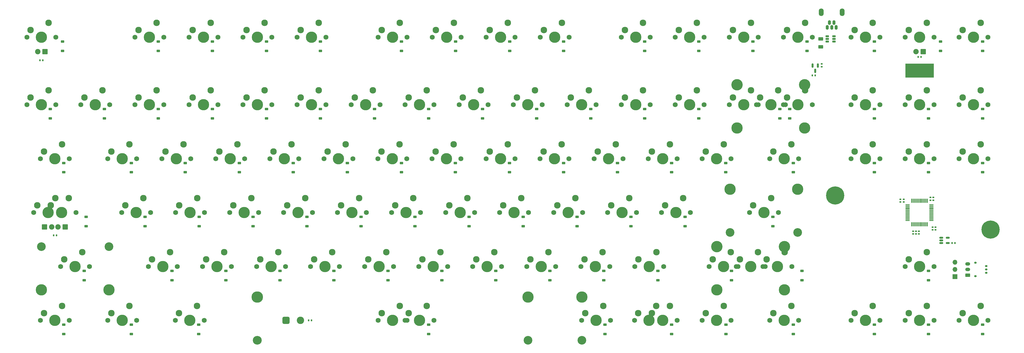
<source format=gbr>
%TF.GenerationSoftware,KiCad,Pcbnew,(7.99.0-267-g8440d7258b)*%
%TF.CreationDate,2023-05-31T01:58:10-07:00*%
%TF.ProjectId,1_2og_repro,315f326f-675f-4726-9570-726f2e6b6963,rev?*%
%TF.SameCoordinates,Original*%
%TF.FileFunction,Soldermask,Bot*%
%TF.FilePolarity,Negative*%
%FSLAX46Y46*%
G04 Gerber Fmt 4.6, Leading zero omitted, Abs format (unit mm)*
G04 Created by KiCad (PCBNEW (7.99.0-267-g8440d7258b)) date 2023-05-31 01:58:10*
%MOMM*%
%LPD*%
G01*
G04 APERTURE LIST*
G04 Aperture macros list*
%AMRoundRect*
0 Rectangle with rounded corners*
0 $1 Rounding radius*
0 $2 $3 $4 $5 $6 $7 $8 $9 X,Y pos of 4 corners*
0 Add a 4 corners polygon primitive as box body*
4,1,4,$2,$3,$4,$5,$6,$7,$8,$9,$2,$3,0*
0 Add four circle primitives for the rounded corners*
1,1,$1+$1,$2,$3*
1,1,$1+$1,$4,$5*
1,1,$1+$1,$6,$7*
1,1,$1+$1,$8,$9*
0 Add four rect primitives between the rounded corners*
20,1,$1+$1,$2,$3,$4,$5,0*
20,1,$1+$1,$4,$5,$6,$7,0*
20,1,$1+$1,$6,$7,$8,$9,0*
20,1,$1+$1,$8,$9,$2,$3,0*%
G04 Aperture macros list end*
%ADD10O,1.100000X1.650000*%
%ADD11O,1.700000X2.700000*%
%ADD12C,1.750000*%
%ADD13C,3.987800*%
%ADD14C,2.300000*%
%ADD15RoundRect,0.650000X-0.650000X-0.650000X0.650000X-0.650000X0.650000X0.650000X-0.650000X0.650000X0*%
%ADD16C,2.600000*%
%ADD17RoundRect,0.285750X-0.666750X-0.666750X0.666750X-0.666750X0.666750X0.666750X-0.666750X0.666750X0*%
%ADD18C,1.905000*%
%ADD19C,6.400000*%
%ADD20RoundRect,0.250000X0.625000X-0.350000X0.625000X0.350000X-0.625000X0.350000X-0.625000X-0.350000X0*%
%ADD21O,1.750000X1.200000*%
%ADD22C,3.048000*%
%ADD23C,4.000000*%
%ADD24R,1.700000X1.700000*%
%ADD25O,1.700000X1.700000*%
%ADD26RoundRect,0.225000X0.375000X-0.225000X0.375000X0.225000X-0.375000X0.225000X-0.375000X-0.225000X0*%
%ADD27RoundRect,0.140000X-0.170000X0.140000X-0.170000X-0.140000X0.170000X-0.140000X0.170000X0.140000X0*%
%ADD28RoundRect,0.075000X0.075000X-0.662500X0.075000X0.662500X-0.075000X0.662500X-0.075000X-0.662500X0*%
%ADD29RoundRect,0.075000X0.662500X-0.075000X0.662500X0.075000X-0.662500X0.075000X-0.662500X-0.075000X0*%
%ADD30RoundRect,0.135000X0.135000X0.185000X-0.135000X0.185000X-0.135000X-0.185000X0.135000X-0.185000X0*%
%ADD31R,10.000000X5.000000*%
%ADD32RoundRect,0.150000X-0.512500X-0.150000X0.512500X-0.150000X0.512500X0.150000X-0.512500X0.150000X0*%
%ADD33RoundRect,0.140000X-0.140000X-0.170000X0.140000X-0.170000X0.140000X0.170000X-0.140000X0.170000X0*%
%ADD34RoundRect,0.150000X-0.150000X0.587500X-0.150000X-0.587500X0.150000X-0.587500X0.150000X0.587500X0*%
%ADD35RoundRect,0.150000X0.475000X0.150000X-0.475000X0.150000X-0.475000X-0.150000X0.475000X-0.150000X0*%
%ADD36RoundRect,0.250000X-0.625000X0.375000X-0.625000X-0.375000X0.625000X-0.375000X0.625000X0.375000X0*%
%ADD37RoundRect,0.150000X0.275000X-0.150000X0.275000X0.150000X-0.275000X0.150000X-0.275000X-0.150000X0*%
%ADD38RoundRect,0.175000X0.225000X-0.175000X0.225000X0.175000X-0.225000X0.175000X-0.225000X-0.175000X0*%
G04 APERTURE END LIST*
D10*
%TO.C,J2*%
X301396114Y-18098999D03*
X300596114Y-16398999D03*
X299796114Y-18098999D03*
X298996114Y-16398999D03*
X298196114Y-18098999D03*
D11*
X303446114Y-12798999D03*
X296146114Y-12798999D03*
%TD*%
D12*
%TO.C,SW71*%
X135416115Y-102432638D03*
D13*
X140496115Y-102432638D03*
D12*
X145576115Y-102432638D03*
D14*
X136686115Y-99892638D03*
X143036115Y-97352638D03*
%TD*%
D12*
%TO.C,SW12*%
X263806115Y-21592638D03*
D13*
X268886115Y-21592638D03*
D12*
X273966115Y-21592638D03*
D14*
X265076115Y-19052638D03*
X271426115Y-16512638D03*
%TD*%
D12*
%TO.C,SW26*%
X187696115Y-45372638D03*
D13*
X192776115Y-45372638D03*
D12*
X197856115Y-45372638D03*
D14*
X188966115Y-42832638D03*
X195316115Y-40292638D03*
%TD*%
D12*
%TO.C,SW76*%
X230526115Y-102432638D03*
D13*
X235606115Y-102432638D03*
D12*
X240686115Y-102432638D03*
D14*
X231796115Y-99892638D03*
X238146115Y-97352638D03*
%TD*%
D12*
%TO.C,SW21*%
X92596115Y-45372638D03*
D13*
X97676115Y-45372638D03*
D12*
X102756115Y-45372638D03*
D14*
X93866115Y-42832638D03*
X100216115Y-40292638D03*
%TD*%
D12*
%TO.C,SW24*%
X149656115Y-45372638D03*
D13*
X154736115Y-45372638D03*
D12*
X159816115Y-45372638D03*
D14*
X150926115Y-42832638D03*
X157276115Y-40292638D03*
%TD*%
D12*
%TO.C,SW25*%
X168676115Y-45372638D03*
D13*
X173756115Y-45372638D03*
D12*
X178836115Y-45372638D03*
D14*
X169946115Y-42832638D03*
X176296115Y-40292638D03*
%TD*%
D12*
%TO.C,SW60*%
X163906115Y-83412638D03*
D13*
X168986115Y-83412638D03*
D12*
X174066115Y-83412638D03*
D14*
X165176115Y-80872638D03*
X171526115Y-78332638D03*
%TD*%
D12*
%TO.C,SW83*%
X44996115Y-121452638D03*
D13*
X50076115Y-121452638D03*
D12*
X55156115Y-121452638D03*
D14*
X46266115Y-118912638D03*
X52616115Y-116372638D03*
%TD*%
D12*
%TO.C,SW74*%
X192486115Y-102432638D03*
D13*
X197566115Y-102432638D03*
D12*
X202646115Y-102432638D03*
D14*
X193756115Y-99892638D03*
X200106115Y-97352638D03*
%TD*%
D12*
%TO.C,SW9*%
X197206115Y-21594638D03*
D13*
X202286115Y-21594638D03*
D12*
X207366115Y-21594638D03*
D14*
X198476115Y-19054638D03*
X204826115Y-16514638D03*
%TD*%
D12*
%TO.C,SW32*%
X306606115Y-45372638D03*
D13*
X311686115Y-45372638D03*
D12*
X316766115Y-45372638D03*
D14*
X307876115Y-42832638D03*
X314226115Y-40292638D03*
%TD*%
D12*
%TO.C,SW53*%
X23638615Y-83412638D03*
D13*
X28718615Y-83412638D03*
D12*
X33798615Y-83412638D03*
D14*
X24908615Y-80872638D03*
X31258615Y-78332638D03*
%TD*%
D12*
%TO.C,SW90*%
X325626115Y-121452638D03*
D13*
X330706115Y-121452638D03*
D12*
X335786115Y-121452638D03*
D14*
X326896115Y-118912638D03*
X333246115Y-116372638D03*
%TD*%
D12*
%TO.C,SW65*%
X270846088Y-83414669D03*
D13*
X275926088Y-83414669D03*
D12*
X281006088Y-83414669D03*
D14*
X272116088Y-80874669D03*
X278466088Y-78334669D03*
%TD*%
D12*
%TO.C,SW84*%
X68771115Y-121452638D03*
D13*
X73851115Y-121452638D03*
D12*
X78931115Y-121452638D03*
D14*
X70041115Y-118912638D03*
X76391115Y-116372638D03*
%TD*%
D12*
%TO.C,SW39*%
X102056115Y-64392638D03*
D13*
X107136115Y-64392638D03*
D12*
X112216115Y-64392638D03*
D14*
X103326115Y-61852638D03*
X109676115Y-59312638D03*
%TD*%
D12*
%TO.C,SW86*%
X230441115Y-121452638D03*
D13*
X235521115Y-121452638D03*
D12*
X240601115Y-121452638D03*
D14*
X231711115Y-118912638D03*
X238061115Y-116372638D03*
%TD*%
D12*
%TO.C,SW63*%
X220926115Y-83412638D03*
D13*
X226006115Y-83412638D03*
D12*
X231086115Y-83412638D03*
D14*
X222196115Y-80872638D03*
X228546115Y-78332638D03*
%TD*%
D12*
%TO.C,SW35*%
X21246115Y-64394638D03*
D13*
X26326115Y-64394638D03*
D12*
X31406115Y-64394638D03*
D14*
X22516115Y-61854638D03*
X28866115Y-59314638D03*
%TD*%
D12*
%TO.C,SW15*%
X325626115Y-21589179D03*
D13*
X330706115Y-21589179D03*
D12*
X335786115Y-21589179D03*
D14*
X326896115Y-19049179D03*
X333246115Y-16509179D03*
%TD*%
D15*
%TO.C,JP1*%
X107696000Y-121412000D03*
D16*
X112776000Y-121412000D03*
%TD*%
D12*
%TO.C,SW47*%
X254216115Y-64394638D03*
D13*
X259296115Y-64394638D03*
D12*
X264376115Y-64394638D03*
D14*
X255486115Y-61854638D03*
X261836115Y-59314638D03*
%TD*%
D12*
%TO.C,SW41*%
X140096115Y-64392638D03*
D13*
X145176115Y-64392638D03*
D12*
X150256115Y-64392638D03*
D14*
X141366115Y-61852638D03*
X147716115Y-59312638D03*
%TD*%
D12*
%TO.C,SW62*%
X201926115Y-83412638D03*
D13*
X207006115Y-83412638D03*
D12*
X212086115Y-83412638D03*
D14*
X203196115Y-80872638D03*
X209546115Y-78332638D03*
%TD*%
D12*
%TO.C,SW89*%
X306606115Y-121452638D03*
D13*
X311686115Y-121452638D03*
D12*
X316766115Y-121452638D03*
D14*
X307876115Y-118912638D03*
X314226115Y-116372638D03*
%TD*%
D12*
%TO.C,SW49*%
X306606115Y-64392638D03*
D13*
X311686115Y-64392638D03*
D12*
X316766115Y-64392638D03*
D14*
X307876115Y-61852638D03*
X314226115Y-59312638D03*
%TD*%
D12*
%TO.C,SW28*%
X225736115Y-45372638D03*
D13*
X230816115Y-45372638D03*
D12*
X235896115Y-45372638D03*
D14*
X227006115Y-42832638D03*
X233356115Y-40292638D03*
%TD*%
D12*
%TO.C,SW10*%
X225766115Y-21592638D03*
D13*
X230846115Y-21592638D03*
D12*
X235926115Y-21592638D03*
D14*
X227036115Y-19052638D03*
X233386115Y-16512638D03*
%TD*%
D12*
%TO.C,SW1*%
X16516115Y-21594638D03*
D13*
X21596115Y-21594638D03*
D12*
X26676115Y-21594638D03*
D14*
X17786115Y-19054638D03*
X24136115Y-16514638D03*
%TD*%
D12*
%TO.C,SW70*%
X116396115Y-102432638D03*
D13*
X121476115Y-102432638D03*
D12*
X126556115Y-102432638D03*
D14*
X117666115Y-99892638D03*
X124016115Y-97352638D03*
%TD*%
D12*
%TO.C,SW13*%
X282826115Y-21592638D03*
D13*
X287906115Y-21592638D03*
D12*
X292986115Y-21592638D03*
D14*
X284096115Y-19052638D03*
X290446115Y-16512638D03*
%TD*%
D12*
%TO.C,SW87*%
X254216115Y-121454638D03*
D13*
X259296115Y-121454638D03*
D12*
X264376115Y-121454638D03*
D14*
X255486115Y-118914638D03*
X261836115Y-116374638D03*
%TD*%
D12*
%TO.C,SW11*%
X244756115Y-21592638D03*
D13*
X249836115Y-21592638D03*
D12*
X254916115Y-21592638D03*
D14*
X246026115Y-19052638D03*
X252376115Y-16512638D03*
%TD*%
D12*
%TO.C,SW27*%
X206716115Y-45372638D03*
D13*
X211796115Y-45372638D03*
D12*
X216876115Y-45372638D03*
D14*
X207986115Y-42832638D03*
X214336115Y-40292638D03*
%TD*%
D17*
%TO.C,D90*%
X22686115Y-88492638D03*
D18*
X25226115Y-88492638D03*
%TD*%
D12*
%TO.C,SW37*%
X64016115Y-64392638D03*
D13*
X69096115Y-64392638D03*
D12*
X74176115Y-64392638D03*
D14*
X65286115Y-61852638D03*
X71636115Y-59312638D03*
%TD*%
D12*
%TO.C,SW5*%
X111616534Y-21599485D03*
D13*
X116696534Y-21599485D03*
D12*
X121776534Y-21599485D03*
D14*
X112886534Y-19059485D03*
X119236534Y-16519485D03*
%TD*%
D19*
%TO.C,H1*%
X301009027Y-77392443D03*
%TD*%
D12*
%TO.C,SW4*%
X92596534Y-21599485D03*
D13*
X97676534Y-21599485D03*
D12*
X102756534Y-21599485D03*
D14*
X93866534Y-19059485D03*
X100216534Y-16519485D03*
%TD*%
D12*
%TO.C,SW23*%
X130636115Y-45372638D03*
D13*
X135716115Y-45372638D03*
D12*
X140796115Y-45372638D03*
D14*
X131906115Y-42832638D03*
X138256115Y-40292638D03*
%TD*%
D12*
%TO.C,SW42*%
X159116115Y-64392638D03*
D13*
X164196115Y-64392638D03*
D12*
X169276115Y-64392638D03*
D14*
X160386115Y-61852638D03*
X166736115Y-59312638D03*
%TD*%
D12*
%TO.C,SW91*%
X344646115Y-121452638D03*
D13*
X349726115Y-121452638D03*
D12*
X354806115Y-121452638D03*
D14*
X345916115Y-118912638D03*
X352266115Y-116372638D03*
%TD*%
D12*
%TO.C,SW22*%
X111616115Y-45372638D03*
D13*
X116696115Y-45372638D03*
D12*
X121776115Y-45372638D03*
D14*
X112886115Y-42832638D03*
X119236115Y-40292638D03*
%TD*%
D12*
%TO.C,SW64*%
X239926115Y-83412638D03*
D13*
X245006115Y-83412638D03*
D12*
X250086115Y-83412638D03*
D14*
X241196115Y-80872638D03*
X247546115Y-78332638D03*
%TD*%
D12*
%TO.C,SW81*%
X325626115Y-102432638D03*
D13*
X330706115Y-102432638D03*
D12*
X335786115Y-102432638D03*
D14*
X326896115Y-99892638D03*
X333246115Y-97352638D03*
%TD*%
D12*
%TO.C,SW52*%
X18876115Y-83412638D03*
D13*
X23956115Y-83412638D03*
D12*
X29036115Y-83412638D03*
D14*
X20146115Y-80872638D03*
X26496115Y-78332638D03*
%TD*%
D12*
%TO.C,SW30*%
X273301115Y-45374638D03*
D13*
X278381115Y-45374638D03*
D12*
X283461115Y-45374638D03*
D14*
X274571115Y-42834638D03*
X280921115Y-40294638D03*
%TD*%
D20*
%TO.C,J4*%
X347689000Y-105505000D03*
D21*
X347688999Y-103504999D03*
X347688999Y-101504999D03*
%TD*%
D12*
%TO.C,SW51*%
X344646115Y-64392638D03*
D13*
X349726115Y-64392638D03*
D12*
X354806115Y-64392638D03*
D14*
X345916115Y-61852638D03*
X352266115Y-59312638D03*
%TD*%
D12*
%TO.C,SW34*%
X344646115Y-45372638D03*
D13*
X349726115Y-45372638D03*
D12*
X354806115Y-45372638D03*
D14*
X345916115Y-42832638D03*
X352266115Y-40292638D03*
%TD*%
D12*
%TO.C,SW66*%
X28428615Y-102432638D03*
D13*
X33508615Y-102432638D03*
D12*
X38588615Y-102432638D03*
D14*
X29698615Y-99892638D03*
X36048615Y-97352638D03*
%TD*%
D12*
%TO.C,SW8*%
X178186115Y-21594638D03*
D13*
X183266115Y-21594638D03*
D12*
X188346115Y-21594638D03*
D14*
X179456115Y-19054638D03*
X185806115Y-16514638D03*
%TD*%
D12*
%TO.C,SW36*%
X44996115Y-64392638D03*
D13*
X50076115Y-64392638D03*
D12*
X55156115Y-64392638D03*
D14*
X46266115Y-61852638D03*
X52616115Y-59312638D03*
%TD*%
D12*
%TO.C,SW68*%
X78356115Y-102432638D03*
D13*
X83436115Y-102432638D03*
D12*
X88516115Y-102432638D03*
D14*
X79626115Y-99892638D03*
X85976115Y-97352638D03*
%TD*%
D12*
%TO.C,SW94*%
X235196115Y-121454638D03*
D13*
X240276115Y-121454638D03*
D12*
X245356115Y-121454638D03*
D14*
X236466115Y-118914638D03*
X242816115Y-116374638D03*
%TD*%
D12*
%TO.C,SW19*%
X54556115Y-45372638D03*
D13*
X59636115Y-45372638D03*
D12*
X64716115Y-45372638D03*
D14*
X55826115Y-42832638D03*
X62176115Y-40292638D03*
%TD*%
D12*
%TO.C,SW73*%
X173456115Y-102432638D03*
D13*
X178536115Y-102432638D03*
D12*
X183616115Y-102432638D03*
D14*
X174726115Y-99892638D03*
X181076115Y-97352638D03*
%TD*%
D12*
%TO.C,SW78*%
X266181115Y-102432638D03*
D13*
X271261115Y-102432638D03*
D12*
X276341115Y-102432638D03*
D14*
X267451115Y-99892638D03*
X273801115Y-97352638D03*
%TD*%
D12*
%TO.C,SW61*%
X182926115Y-83412638D03*
D13*
X188006115Y-83412638D03*
D12*
X193086115Y-83412638D03*
D14*
X184196115Y-80872638D03*
X190546115Y-78332638D03*
%TD*%
D12*
%TO.C,SW43*%
X178136115Y-64392638D03*
D13*
X183216115Y-64392638D03*
D12*
X188296115Y-64392638D03*
D14*
X179406115Y-61852638D03*
X185756115Y-59312638D03*
%TD*%
D12*
%TO.C,SW33*%
X325626115Y-45372638D03*
D13*
X330706115Y-45372638D03*
D12*
X335786115Y-45372638D03*
D14*
X326896115Y-42832638D03*
X333246115Y-40292638D03*
%TD*%
D12*
%TO.C,SW88*%
X278031115Y-121454638D03*
D13*
X283111115Y-121454638D03*
D12*
X288191115Y-121454638D03*
D14*
X279301115Y-118914638D03*
X285651115Y-116374638D03*
%TD*%
D12*
%TO.C,SW93*%
X211746115Y-121452638D03*
D13*
X216826115Y-121452638D03*
D12*
X221906115Y-121452638D03*
D14*
X213016115Y-118912638D03*
X219366115Y-116372638D03*
%TD*%
D12*
%TO.C,SW56*%
X87886115Y-83412638D03*
D13*
X92966115Y-83412638D03*
D12*
X98046115Y-83412638D03*
D14*
X89156115Y-80872638D03*
X95506115Y-78332638D03*
%TD*%
D22*
%TO.C,S5*%
X211897529Y-128436498D03*
D13*
X211897529Y-113196498D03*
D22*
X97597529Y-128436498D03*
D13*
X97597529Y-113196498D03*
%TD*%
D12*
%TO.C,SW40*%
X121076115Y-64392638D03*
D13*
X126156115Y-64392638D03*
D12*
X131236115Y-64392638D03*
D14*
X122346115Y-61852638D03*
X128696115Y-59312638D03*
%TD*%
D12*
%TO.C,SW20*%
X73576115Y-45372638D03*
D13*
X78656115Y-45372638D03*
D12*
X83736115Y-45372638D03*
D14*
X74846115Y-42832638D03*
X81196115Y-40292638D03*
%TD*%
D12*
%TO.C,SW69*%
X97376115Y-102432638D03*
D13*
X102456115Y-102432638D03*
D12*
X107536115Y-102432638D03*
D14*
X98646115Y-99892638D03*
X104996115Y-97352638D03*
%TD*%
D12*
%TO.C,SW16*%
X344646115Y-21592638D03*
D13*
X349726115Y-21592638D03*
D12*
X354806115Y-21592638D03*
D14*
X345916115Y-19052638D03*
X352266115Y-16512638D03*
%TD*%
D12*
%TO.C,SW7*%
X159166115Y-21594638D03*
D13*
X164246115Y-21594638D03*
D12*
X169326115Y-21594638D03*
D14*
X160436115Y-19054638D03*
X166786115Y-16514638D03*
%TD*%
D12*
%TO.C,SW67*%
X59336115Y-102432638D03*
D13*
X64416115Y-102432638D03*
D12*
X69496115Y-102432638D03*
D14*
X60606115Y-99892638D03*
X66956115Y-97352638D03*
%TD*%
D12*
%TO.C,SW50*%
X325626115Y-64392638D03*
D13*
X330706115Y-64392638D03*
D12*
X335786115Y-64392638D03*
D14*
X326896115Y-61852638D03*
X333246115Y-59312638D03*
%TD*%
D23*
%TO.C,S4*%
X259354865Y-95447638D03*
D13*
X259354865Y-110687638D03*
D23*
X283167365Y-95447638D03*
D13*
X283167365Y-110687638D03*
%TD*%
D12*
%TO.C,SW72*%
X154436115Y-102432638D03*
D13*
X159516115Y-102432638D03*
D12*
X164596115Y-102432638D03*
D14*
X155706115Y-99892638D03*
X162056115Y-97352638D03*
%TD*%
D12*
%TO.C,SW3*%
X73576534Y-21599485D03*
D13*
X78656534Y-21599485D03*
D12*
X83736534Y-21599485D03*
D14*
X74846534Y-19059485D03*
X81196534Y-16519485D03*
%TD*%
D22*
%TO.C,S6*%
X192862529Y-128439498D03*
D13*
X192862529Y-113199498D03*
D22*
X97612529Y-128439498D03*
D13*
X97612529Y-113199498D03*
%TD*%
D12*
%TO.C,SW57*%
X106886115Y-83412638D03*
D13*
X111966115Y-83412638D03*
D12*
X117046115Y-83412638D03*
D14*
X108156115Y-80872638D03*
X114506115Y-78332638D03*
%TD*%
D17*
%TO.C,D92*%
X22866115Y-26674638D03*
D18*
X20326115Y-26674638D03*
%TD*%
D22*
%TO.C,S2*%
X287832338Y-90399669D03*
D13*
X287832338Y-75159669D03*
D22*
X264019838Y-90399669D03*
D13*
X264019838Y-75159669D03*
%TD*%
D22*
%TO.C,S3*%
X21602365Y-95447638D03*
D13*
X21602365Y-110687638D03*
D22*
X45414865Y-95447638D03*
D13*
X45414865Y-110687638D03*
%TD*%
D19*
%TO.C,H2*%
X355726066Y-89414572D03*
%TD*%
D12*
%TO.C,SW92*%
X140157529Y-121454498D03*
D13*
X145237529Y-121454498D03*
D12*
X150317529Y-121454498D03*
D14*
X141427529Y-118914498D03*
X147777529Y-116374498D03*
%TD*%
D12*
%TO.C,SW77*%
X256636115Y-102432638D03*
D13*
X261716115Y-102432638D03*
D12*
X266796115Y-102432638D03*
D14*
X257906115Y-99892638D03*
X264256115Y-97352638D03*
%TD*%
D12*
%TO.C,SW59*%
X144886115Y-83412638D03*
D13*
X149966115Y-83412638D03*
D12*
X155046115Y-83412638D03*
D14*
X146156115Y-80872638D03*
X152506115Y-78332638D03*
%TD*%
D12*
%TO.C,SW44*%
X197156115Y-64392638D03*
D13*
X202236115Y-64392638D03*
D12*
X207316115Y-64392638D03*
D14*
X198426115Y-61852638D03*
X204776115Y-59312638D03*
%TD*%
D12*
%TO.C,SW29*%
X244756115Y-45372638D03*
D13*
X249836115Y-45372638D03*
D12*
X254916115Y-45372638D03*
D14*
X246026115Y-42832638D03*
X252376115Y-40292638D03*
%TD*%
D12*
%TO.C,SW82*%
X21246115Y-121454638D03*
D13*
X26326115Y-121454638D03*
D12*
X31406115Y-121454638D03*
D14*
X22516115Y-118914638D03*
X28866115Y-116374638D03*
%TD*%
D12*
%TO.C,SW75*%
X211506115Y-102432638D03*
D13*
X216586115Y-102432638D03*
D12*
X221666115Y-102432638D03*
D14*
X212776115Y-99892638D03*
X219126115Y-97352638D03*
%TD*%
D12*
%TO.C,SW55*%
X68886115Y-83412638D03*
D13*
X73966115Y-83412638D03*
D12*
X79046115Y-83412638D03*
D14*
X70156115Y-80872638D03*
X76506115Y-78332638D03*
%TD*%
D12*
%TO.C,SW38*%
X83036115Y-64392638D03*
D13*
X88116115Y-64392638D03*
D12*
X93196115Y-64392638D03*
D14*
X84306115Y-61852638D03*
X90656115Y-59312638D03*
%TD*%
D23*
%TO.C,S1*%
X266474865Y-38389638D03*
D13*
X266474865Y-53629638D03*
D23*
X290287365Y-38389638D03*
D13*
X290287365Y-53629638D03*
%TD*%
D12*
%TO.C,SW80*%
X282811115Y-45374638D03*
D13*
X287891115Y-45374638D03*
D12*
X292971115Y-45374638D03*
D14*
X284081115Y-42834638D03*
X290431115Y-40294638D03*
%TD*%
D12*
%TO.C,SW14*%
X306606115Y-21592638D03*
D13*
X311686115Y-21592638D03*
D12*
X316766115Y-21592638D03*
D14*
X307876115Y-19052638D03*
X314226115Y-16512638D03*
%TD*%
D12*
%TO.C,SW48*%
X278031115Y-64394638D03*
D13*
X283111115Y-64394638D03*
D12*
X288191115Y-64394638D03*
D14*
X279301115Y-61854638D03*
X285651115Y-59314638D03*
%TD*%
D12*
%TO.C,SW31*%
X263791115Y-45374638D03*
D13*
X268871115Y-45374638D03*
D12*
X273951115Y-45374638D03*
D14*
X265061115Y-42834638D03*
X271411115Y-40294638D03*
%TD*%
D12*
%TO.C,SW79*%
X275656115Y-102432638D03*
D13*
X280736115Y-102432638D03*
D12*
X285816115Y-102432638D03*
D14*
X276926115Y-99892638D03*
X283276115Y-97352638D03*
%TD*%
D12*
%TO.C,SW6*%
X140146115Y-21594638D03*
D13*
X145226115Y-21594638D03*
D12*
X150306115Y-21594638D03*
D14*
X141416115Y-19054638D03*
X147766115Y-16514638D03*
%TD*%
D17*
%TO.C,D91*%
X331976115Y-26669179D03*
D18*
X329436115Y-26669179D03*
%TD*%
D17*
%TO.C,D89*%
X29988615Y-88492638D03*
D18*
X27448615Y-88492638D03*
%TD*%
D12*
%TO.C,SW46*%
X235196115Y-64392638D03*
D13*
X240276115Y-64392638D03*
D12*
X245356115Y-64392638D03*
D14*
X236466115Y-61852638D03*
X242816115Y-59312638D03*
%TD*%
D24*
%TO.C,J3*%
X343206114Y-105984628D03*
D25*
X343206114Y-103444628D03*
X343206114Y-100904628D03*
%TD*%
D12*
%TO.C,SW45*%
X216176115Y-64392638D03*
D13*
X221256115Y-64392638D03*
D12*
X226336115Y-64392638D03*
D14*
X217446115Y-61852638D03*
X223796115Y-59312638D03*
%TD*%
D12*
%TO.C,SW17*%
X16516115Y-45372638D03*
D13*
X21596115Y-45372638D03*
D12*
X26676115Y-45372638D03*
D14*
X17786115Y-42832638D03*
X24136115Y-40292638D03*
%TD*%
D12*
%TO.C,SW54*%
X49886115Y-83412638D03*
D13*
X54966115Y-83412638D03*
D12*
X60046115Y-83412638D03*
D14*
X51156115Y-80872638D03*
X57506115Y-78332638D03*
%TD*%
D12*
%TO.C,SW2*%
X54556534Y-21599485D03*
D13*
X59636534Y-21599485D03*
D12*
X64716534Y-21599485D03*
D14*
X55826534Y-19059485D03*
X62176534Y-16519485D03*
%TD*%
D12*
%TO.C,SW58*%
X125886115Y-83412638D03*
D13*
X130966115Y-83412638D03*
D12*
X136046115Y-83412638D03*
D14*
X127156115Y-80872638D03*
X133506115Y-78332638D03*
%TD*%
D12*
%TO.C,SW85*%
X149667529Y-121454498D03*
D13*
X154747529Y-121454498D03*
D12*
X159827529Y-121454498D03*
D14*
X150937529Y-118914498D03*
X157287529Y-116374498D03*
%TD*%
D12*
%TO.C,SW18*%
X35536115Y-45372638D03*
D13*
X40616115Y-45372638D03*
D12*
X45696115Y-45372638D03*
D14*
X36806115Y-42832638D03*
X43156115Y-40292638D03*
%TD*%
D26*
%TO.C,D9*%
X205455115Y-26413638D03*
X205455115Y-23113638D03*
%TD*%
D27*
%TO.C,C8*%
X329438000Y-89972000D03*
X329438000Y-90932000D03*
%TD*%
D26*
%TO.C,D47*%
X286280115Y-69213638D03*
X286280115Y-65913638D03*
%TD*%
D28*
%TO.C,U2*%
X333456115Y-87577138D03*
X332956115Y-87577138D03*
X332456115Y-87577138D03*
X331956115Y-87577138D03*
X331456115Y-87577138D03*
X330956115Y-87577138D03*
X330456115Y-87577138D03*
X329956115Y-87577138D03*
X329456115Y-87577138D03*
X328956115Y-87577138D03*
X328456115Y-87577138D03*
X327956115Y-87577138D03*
D29*
X326543615Y-86164638D03*
X326543615Y-85664638D03*
X326543615Y-85164638D03*
X326543615Y-84664638D03*
X326543615Y-84164638D03*
X326543615Y-83664638D03*
X326543615Y-83164638D03*
X326543615Y-82664638D03*
X326543615Y-82164638D03*
X326543615Y-81664638D03*
X326543615Y-81164638D03*
X326543615Y-80664638D03*
D28*
X327956115Y-79252138D03*
X328456115Y-79252138D03*
X328956115Y-79252138D03*
X329456115Y-79252138D03*
X329956115Y-79252138D03*
X330456115Y-79252138D03*
X330956115Y-79252138D03*
X331456115Y-79252138D03*
X331956115Y-79252138D03*
X332456115Y-79252138D03*
X332956115Y-79252138D03*
X333456115Y-79252138D03*
D29*
X334868615Y-80664638D03*
X334868615Y-81164638D03*
X334868615Y-81664638D03*
X334868615Y-82164638D03*
X334868615Y-82664638D03*
X334868615Y-83164638D03*
X334868615Y-83664638D03*
X334868615Y-84164638D03*
X334868615Y-84664638D03*
X334868615Y-85164638D03*
X334868615Y-85664638D03*
X334868615Y-86164638D03*
%TD*%
D26*
%TO.C,D5*%
X119865534Y-26418485D03*
X119865534Y-23118485D03*
%TD*%
D27*
%TO.C,C11*%
X330454000Y-89972000D03*
X330454000Y-90932000D03*
%TD*%
D26*
%TO.C,D45*%
X243445115Y-69213638D03*
X243445115Y-65913638D03*
%TD*%
%TO.C,D75*%
X264541000Y-107253638D03*
X264541000Y-103953638D03*
%TD*%
%TO.C,D2*%
X62805534Y-26418485D03*
X62805534Y-23118485D03*
%TD*%
%TO.C,D28*%
X233985115Y-50193638D03*
X233985115Y-46893638D03*
%TD*%
%TO.C,D12*%
X272055115Y-26413638D03*
X272055115Y-23113638D03*
%TD*%
%TO.C,D73*%
X219585115Y-107253638D03*
X219585115Y-103953638D03*
%TD*%
D30*
%TO.C,R2*%
X26926000Y-91440000D03*
X25906000Y-91440000D03*
%TD*%
D26*
%TO.C,D22*%
X119865115Y-50193638D03*
X119865115Y-46893638D03*
%TD*%
%TO.C,D78*%
X333875115Y-107253638D03*
X333875115Y-103953638D03*
%TD*%
%TO.C,D31*%
X314855115Y-50193638D03*
X314855115Y-46893638D03*
%TD*%
%TO.C,D67*%
X105585115Y-107253638D03*
X105585115Y-103953638D03*
%TD*%
%TO.C,D4*%
X100845534Y-26418485D03*
X100845534Y-23118485D03*
%TD*%
%TO.C,D11*%
X253005115Y-26413638D03*
X253005115Y-23113638D03*
%TD*%
%TO.C,D87*%
X333875115Y-126273638D03*
X333875115Y-122973638D03*
%TD*%
%TO.C,D44*%
X224425115Y-69213638D03*
X224425115Y-65913638D03*
%TD*%
%TO.C,D6*%
X148395115Y-26413638D03*
X148395115Y-23113638D03*
%TD*%
%TO.C,D33*%
X352895115Y-50193638D03*
X352895115Y-46893638D03*
%TD*%
%TO.C,D21*%
X100845115Y-50193638D03*
X100845115Y-46893638D03*
%TD*%
%TO.C,D16*%
X352895115Y-26413638D03*
X352895115Y-23113638D03*
%TD*%
%TO.C,D15*%
X338074000Y-26413638D03*
X338074000Y-23113638D03*
%TD*%
%TO.C,D8*%
X186435115Y-26413638D03*
X186435115Y-23113638D03*
%TD*%
D31*
%TO.C,J5*%
X330706114Y-33400999D03*
%TD*%
D26*
%TO.C,D52*%
X58135115Y-88233638D03*
X58135115Y-84933638D03*
%TD*%
%TO.C,D66*%
X86585115Y-107253638D03*
X86585115Y-103953638D03*
%TD*%
%TO.C,D58*%
X172155115Y-88233638D03*
X172155115Y-84933638D03*
%TD*%
%TO.C,D41*%
X167365115Y-69213638D03*
X167365115Y-65913638D03*
%TD*%
%TO.C,D42*%
X186385115Y-69213638D03*
X186385115Y-65913638D03*
%TD*%
D27*
%TO.C,C7*%
X325120000Y-78740000D03*
X325120000Y-79700000D03*
%TD*%
D26*
%TO.C,D1*%
X29083000Y-26413638D03*
X29083000Y-23113638D03*
%TD*%
%TO.C,D20*%
X81825115Y-50193638D03*
X81825115Y-46893638D03*
%TD*%
%TO.C,D54*%
X96135115Y-88233638D03*
X96135115Y-84933638D03*
%TD*%
%TO.C,D19*%
X62805115Y-50193638D03*
X62805115Y-46893638D03*
%TD*%
%TO.C,D62*%
X248175115Y-88233638D03*
X248175115Y-84933638D03*
%TD*%
%TO.C,D40*%
X148345115Y-69213638D03*
X148345115Y-65913638D03*
%TD*%
%TO.C,D51*%
X37338000Y-88233638D03*
X37338000Y-84933638D03*
%TD*%
%TO.C,D3*%
X81825534Y-26418485D03*
X81825534Y-23118485D03*
%TD*%
%TO.C,D35*%
X53245115Y-69213638D03*
X53245115Y-65913638D03*
%TD*%
%TO.C,D50*%
X352895115Y-69213638D03*
X352895115Y-65913638D03*
%TD*%
%TO.C,D88*%
X352895115Y-126273638D03*
X352895115Y-122973638D03*
%TD*%
%TO.C,D76*%
X289306000Y-107253638D03*
X289306000Y-103953638D03*
%TD*%
%TO.C,D10*%
X233985115Y-26413638D03*
X233985115Y-23113638D03*
%TD*%
D27*
%TO.C,C5*%
X335534000Y-78105000D03*
X335534000Y-79065000D03*
%TD*%
%TO.C,C6*%
X336296000Y-88547000D03*
X336296000Y-89507000D03*
%TD*%
D26*
%TO.C,D71*%
X181585115Y-107253638D03*
X181585115Y-103953638D03*
%TD*%
%TO.C,D48*%
X314855115Y-69213638D03*
X314855115Y-65913638D03*
%TD*%
D32*
%TO.C,U4*%
X338333500Y-94168000D03*
X338333500Y-93218000D03*
X338333500Y-92268000D03*
X340608500Y-92268000D03*
X340608500Y-94168000D03*
%TD*%
D26*
%TO.C,D86*%
X314855115Y-126273638D03*
X314855115Y-122973638D03*
%TD*%
D27*
%TO.C,C4*%
X328422000Y-89972000D03*
X328422000Y-90932000D03*
%TD*%
D26*
%TO.C,D84*%
X262607615Y-126273638D03*
X262607615Y-122973638D03*
%TD*%
D33*
%TO.C,C9*%
X293017000Y-35052000D03*
X293977000Y-35052000D03*
%TD*%
D26*
%TO.C,D57*%
X153135115Y-88233638D03*
X153135115Y-84933638D03*
%TD*%
%TO.C,D36*%
X72265115Y-69213638D03*
X72265115Y-65913638D03*
%TD*%
%TO.C,D53*%
X77135115Y-88233638D03*
X77135115Y-84933638D03*
%TD*%
%TO.C,D7*%
X167415115Y-26413638D03*
X167415115Y-23113638D03*
%TD*%
%TO.C,D74*%
X238585115Y-107253638D03*
X238585115Y-103953638D03*
%TD*%
D34*
%TO.C,U1*%
X293055000Y-31574500D03*
X294955000Y-31574500D03*
X294005000Y-33449500D03*
%TD*%
D26*
%TO.C,D25*%
X176925115Y-50193638D03*
X176925115Y-46893638D03*
%TD*%
%TO.C,D59*%
X191175115Y-88233638D03*
X191175115Y-84933638D03*
%TD*%
%TO.C,D65*%
X67585115Y-107253638D03*
X67585115Y-103953638D03*
%TD*%
%TO.C,D68*%
X124585115Y-107253638D03*
X124585115Y-103953638D03*
%TD*%
%TO.C,D79*%
X29515115Y-126273638D03*
X29515115Y-122973638D03*
%TD*%
%TO.C,D32*%
X333875115Y-50193638D03*
X333875115Y-46893638D03*
%TD*%
D33*
%TO.C,C13*%
X342194000Y-94168000D03*
X343154000Y-94168000D03*
%TD*%
D26*
%TO.C,D23*%
X138885115Y-50193638D03*
X138885115Y-46893638D03*
%TD*%
%TO.C,D26*%
X195945115Y-50193638D03*
X195945115Y-46893638D03*
%TD*%
%TO.C,D63*%
X279095088Y-88233669D03*
X279095088Y-84933669D03*
%TD*%
D27*
%TO.C,C10*%
X296291000Y-31016000D03*
X296291000Y-31976000D03*
%TD*%
%TO.C,C3*%
X323977000Y-78740000D03*
X323977000Y-79700000D03*
%TD*%
D26*
%TO.C,D27*%
X214965115Y-50193638D03*
X214965115Y-46893638D03*
%TD*%
%TO.C,D72*%
X200585115Y-107253638D03*
X200585115Y-103953638D03*
%TD*%
%TO.C,D64*%
X36665115Y-107253638D03*
X36665115Y-103953638D03*
%TD*%
%TO.C,D18*%
X43785115Y-50193638D03*
X43785115Y-46893638D03*
%TD*%
%TO.C,D56*%
X134135115Y-88233638D03*
X134135115Y-84933638D03*
%TD*%
%TO.C,D80*%
X53257615Y-126273638D03*
X53257615Y-122973638D03*
%TD*%
%TO.C,D43*%
X205405115Y-69213638D03*
X205405115Y-65913638D03*
%TD*%
%TO.C,D82*%
X157916529Y-126270498D03*
X157916529Y-122970498D03*
%TD*%
%TO.C,D55*%
X115135115Y-88233638D03*
X115135115Y-84933638D03*
%TD*%
%TO.C,D85*%
X286325115Y-126273638D03*
X286325115Y-122973638D03*
%TD*%
D30*
%TO.C,R3*%
X331218000Y-28575000D03*
X330198000Y-28575000D03*
%TD*%
D26*
%TO.C,D61*%
X229175115Y-88233638D03*
X229175115Y-84933638D03*
%TD*%
%TO.C,D49*%
X333875115Y-69213638D03*
X333875115Y-65913638D03*
%TD*%
D35*
%TO.C,U3*%
X300609000Y-21244000D03*
X300609000Y-22194000D03*
X300609000Y-23144000D03*
X298259000Y-23144000D03*
X298259000Y-22194000D03*
X298259000Y-21244000D03*
%TD*%
D26*
%TO.C,D77*%
X284988000Y-50193638D03*
X284988000Y-46893638D03*
%TD*%
%TO.C,D81*%
X76960115Y-126273638D03*
X76960115Y-122973638D03*
%TD*%
%TO.C,D70*%
X162585115Y-107253638D03*
X162585115Y-103953638D03*
%TD*%
%TO.C,D69*%
X143585115Y-107253638D03*
X143585115Y-103953638D03*
%TD*%
%TO.C,D46*%
X262465115Y-69213638D03*
X262465115Y-65913638D03*
%TD*%
%TO.C,D30*%
X281550115Y-50193638D03*
X281550115Y-46893638D03*
%TD*%
D36*
%TO.C,F1*%
X295910000Y-22194000D03*
X295910000Y-24994000D03*
%TD*%
D26*
%TO.C,D17*%
X24765115Y-50193638D03*
X24765115Y-46893638D03*
%TD*%
D30*
%TO.C,R1*%
X116715000Y-121412000D03*
X115695000Y-121412000D03*
%TD*%
D26*
%TO.C,D39*%
X129325115Y-69213638D03*
X129325115Y-65913638D03*
%TD*%
%TO.C,D13*%
X291075115Y-26413638D03*
X291075115Y-23113638D03*
%TD*%
%TO.C,D29*%
X253005115Y-50193638D03*
X253005115Y-46893638D03*
%TD*%
D27*
%TO.C,C1*%
X334518000Y-78105000D03*
X334518000Y-79065000D03*
%TD*%
D26*
%TO.C,D14*%
X314855115Y-26413638D03*
X314855115Y-23113638D03*
%TD*%
%TO.C,D60*%
X210175115Y-88233638D03*
X210175115Y-84933638D03*
%TD*%
%TO.C,D93*%
X219964000Y-126237000D03*
X219964000Y-122937000D03*
%TD*%
D27*
%TO.C,C2*%
X335280000Y-88547000D03*
X335280000Y-89507000D03*
%TD*%
D26*
%TO.C,D83*%
X243459000Y-126273638D03*
X243459000Y-122973638D03*
%TD*%
%TO.C,D34*%
X29495115Y-69213638D03*
X29495115Y-65913638D03*
%TD*%
D37*
%TO.C,J1*%
X354173000Y-104673000D03*
X354173000Y-103473000D03*
X354173000Y-102273000D03*
D38*
X350398000Y-105823000D03*
X350398000Y-101123000D03*
%TD*%
D26*
%TO.C,D38*%
X110305115Y-69213638D03*
X110305115Y-65913638D03*
%TD*%
%TO.C,D37*%
X91285115Y-69213638D03*
X91285115Y-65913638D03*
%TD*%
%TO.C,D24*%
X157905115Y-50193638D03*
X157905115Y-46893638D03*
%TD*%
D30*
%TO.C,R4*%
X22100000Y-29718000D03*
X21080000Y-29718000D03*
%TD*%
M02*

</source>
